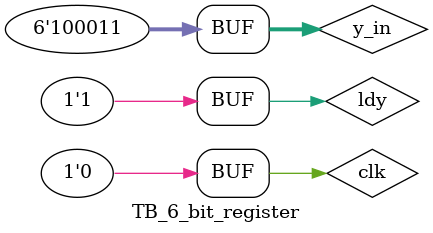
<source format=v>
`timescale 1ns/1ns

module TB_6_bit_register();
	reg clk, ldy;
	reg[5:0] y_in;
	wire[5:0] y_out;

	register_6_bit Y_REG(clk, y_in, ldy, y_out);

	initial begin
		clk = 0;
		y_in = 6'b100011;
		ldy = 1;
		#50; clk = 1;
		#50; clk = 0;
		#300;
	end
endmodule
</source>
